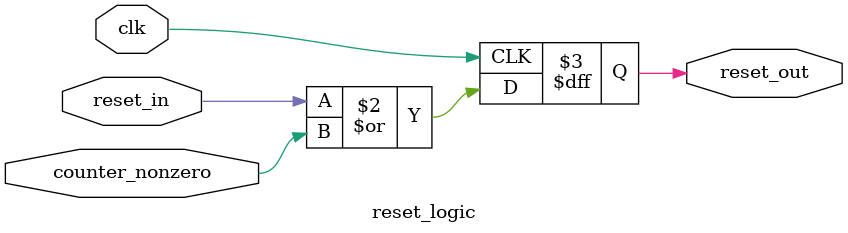
<source format=sv>
module reset_stretcher #(
  parameter STRETCH_CYCLES = 16
) (
  input  wire clk,
  input  wire reset_in,
  output wire reset_out
);
  
  localparam COUNTER_WIDTH = $clog2(STRETCH_CYCLES);
  wire [COUNTER_WIDTH:0] counter_value;
  wire counter_nonzero;
  
  // Instantiate counter module
  stretch_counter #(
    .STRETCH_CYCLES(STRETCH_CYCLES)
  ) counter_inst (
    .clk           (clk),
    .reset_in      (reset_in),
    .counter_value (counter_value),
    .counter_nonzero(counter_nonzero)
  );
  
  // Instantiate reset logic module
  reset_logic reset_logic_inst (
    .clk            (clk),
    .reset_in       (reset_in),
    .counter_nonzero(counter_nonzero),
    .reset_out      (reset_out)
  );
  
endmodule

// Counter module for stretch timing
module stretch_counter #(
  parameter STRETCH_CYCLES = 16
) (
  input  wire clk,
  input  wire reset_in,
  output reg [$clog2(STRETCH_CYCLES):0] counter_value,
  output wire counter_nonzero
);
  
  localparam COUNTER_WIDTH = $clog2(STRETCH_CYCLES);
  
  // Counter logic with optimized implementation
  always @(posedge clk) begin
    if (reset_in)
      counter_value <= STRETCH_CYCLES;
    else if (|counter_value) // Bit-wise OR is faster than comparison
      counter_value <= counter_value - 1'b1;
  end
  
  // Optimized counter status signal using bit-wise OR
  assign counter_nonzero = |counter_value;
  
endmodule

// Reset output logic module
module reset_logic (
  input  wire clk,
  input  wire reset_in,
  input  wire counter_nonzero,
  output reg  reset_out
);
  
  // Reset output generation logic with registered output
  always @(posedge clk) begin
    reset_out <= reset_in | counter_nonzero;
  end
  
endmodule
</source>
